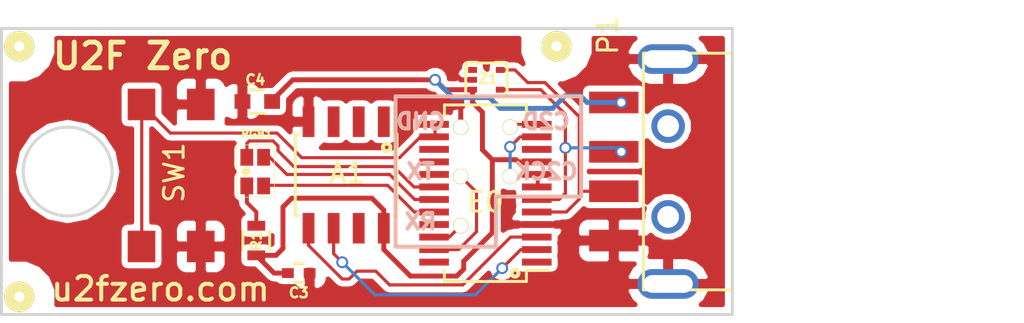
<source format=kicad_pcb>
(kicad_pcb (version 4) (host pcbnew 4.0.4+e1-6308~48~ubuntu14.04.1-stable)

  (general
    (links 34)
    (no_connects 0)
    (area 35.174999 28.924999 75.825001 43.575001)
    (thickness 2)
    (drawings 30)
    (tracks 136)
    (zones 0)
    (modules 17)
    (nets 17)
  )

  (page User 101.6 101.6)
  (layers
    (0 F.Cu signal)
    (31 B.Cu signal)
    (32 B.Adhes user)
    (33 F.Adhes user)
    (34 B.Paste user)
    (35 F.Paste user)
    (36 B.SilkS user)
    (37 F.SilkS user)
    (38 B.Mask user)
    (39 F.Mask user)
    (40 Dwgs.User user)
    (41 Cmts.User user)
    (42 Eco1.User user)
    (43 Eco2.User user)
    (44 Edge.Cuts user)
    (45 Margin user)
    (46 B.CrtYd user)
    (47 F.CrtYd user)
    (48 B.Fab user)
    (49 F.Fab user)
  )

  (setup
    (last_trace_width 0.16)
    (user_trace_width 0.16)
    (user_trace_width 0.2)
    (trace_clearance 0.2)
    (zone_clearance 0.3)
    (zone_45_only no)
    (trace_min 0.15)
    (segment_width 0.2)
    (edge_width 0.15)
    (via_size 0.6)
    (via_drill 0.4)
    (via_min_size 0.4)
    (via_min_drill 0.3)
    (uvia_size 0.3)
    (uvia_drill 0.1)
    (uvias_allowed no)
    (uvia_min_size 0.2)
    (uvia_min_drill 0.1)
    (pcb_text_width 0.3)
    (pcb_text_size 1.5 1.5)
    (mod_edge_width 0.15)
    (mod_text_size 1 1)
    (mod_text_width 0.15)
    (pad_size 1.524 1.524)
    (pad_drill 0.508)
    (pad_to_mask_clearance 0.1)
    (pad_to_paste_clearance -0.003)
    (aux_axis_origin 36.15 42.6)
    (grid_origin 36.15 42.6)
    (visible_elements 7FFEFF3F)
    (pcbplotparams
      (layerselection 0x010f0_80000001)
      (usegerberextensions false)
      (excludeedgelayer true)
      (linewidth 0.100000)
      (plotframeref false)
      (viasonmask false)
      (mode 1)
      (useauxorigin false)
      (hpglpennumber 1)
      (hpglpenspeed 20)
      (hpglpendiameter 15)
      (hpglpenoverlay 2)
      (psnegative false)
      (psa4output false)
      (plotreference true)
      (plotvalue true)
      (plotinvisibletext false)
      (padsonsilk false)
      (subtractmaskfromsilk false)
      (outputformat 1)
      (mirror false)
      (drillshape 0)
      (scaleselection 1)
      (outputdirectory gerbers/))
  )

  (net 0 "")
  (net 1 /+5V)
  (net 2 "Net-(A1-Pad6)")
  (net 3 "Net-(A1-Pad5)")
  (net 4 GND)
  (net 5 /HD+)
  (net 6 /HD-)
  (net 7 "Net-(R1-Pad2)")
  (net 8 /C2CK)
  (net 9 /C2D)
  (net 10 /RX)
  (net 11 /TX)
  (net 12 "Net-(E0-Pad13)")
  (net 13 "Net-(E0-Pad18)")
  (net 14 "Net-(E0-Pad19)")
  (net 15 "Net-(E0-Pad20)")
  (net 16 "Net-(E0-Pad7)")

  (net_class Default "This is the default net class."
    (clearance 0.2)
    (trace_width 0.25)
    (via_dia 0.6)
    (via_drill 0.4)
    (uvia_dia 0.3)
    (uvia_drill 0.1)
    (add_net /+5V)
    (add_net /C2CK)
    (add_net /C2D)
    (add_net /HD+)
    (add_net /HD-)
    (add_net /RX)
    (add_net /TX)
    (add_net GND)
    (add_net "Net-(A1-Pad5)")
    (add_net "Net-(A1-Pad6)")
    (add_net "Net-(E0-Pad13)")
    (add_net "Net-(E0-Pad18)")
    (add_net "Net-(E0-Pad19)")
    (add_net "Net-(E0-Pad20)")
    (add_net "Net-(E0-Pad7)")
    (add_net "Net-(R1-Pad2)")
  )

  (net_class small ""
    (clearance 0.2)
    (trace_width 0.15)
    (via_dia 0.6)
    (via_drill 0.4)
    (uvia_dia 0.3)
    (uvia_drill 0.1)
  )

  (module footprints:u2f-fiducial (layer F.Cu) (tedit 571CE320) (tstamp 571CE3B1)
    (at 63.35 29.9)
    (path /571C3A85)
    (fp_text reference F3 (at 0.1 -1.4) (layer F.SilkS) hide
      (effects (font (size 1 1) (thickness 0.15)))
    )
    (fp_text value u2f-fiducial (at 5.3848 -1.4986) (layer F.Fab)
      (effects (font (size 1 1) (thickness 0.15)))
    )
    (pad 1 thru_hole circle (at 0 0) (size 1.524 1.524) (drill 0.508) (layers *.Cu *.Mask F.SilkS)
      (solder_mask_margin 1.016) (clearance 1.016))
  )

  (module footprints:u2f-fiducial (layer F.Cu) (tedit 571CE320) (tstamp 571CE3AC)
    (at 36.15 29.9)
    (path /571C3A1E)
    (fp_text reference F2 (at 0.1 -1.4) (layer F.SilkS) hide
      (effects (font (size 1 1) (thickness 0.15)))
    )
    (fp_text value u2f-fiducial (at 5.3848 -1.4986) (layer F.Fab)
      (effects (font (size 1 1) (thickness 0.15)))
    )
    (pad 1 thru_hole circle (at 0 0) (size 1.524 1.524) (drill 0.508) (layers *.Cu *.Mask F.SilkS)
      (solder_mask_margin 1.016) (clearance 1.016))
  )

  (module footprints:u2f-fiducial (layer F.Cu) (tedit 571CE320) (tstamp 571CE3A7)
    (at 36.15 42.6)
    (path /571C39BB)
    (fp_text reference F1 (at 0.1 -1.4) (layer F.SilkS) hide
      (effects (font (size 1 1) (thickness 0.15)))
    )
    (fp_text value u2f-fiducial (at 5.3848 -1.4986) (layer F.Fab)
      (effects (font (size 1 1) (thickness 0.15)))
    )
    (pad 1 thru_hole circle (at 0 0) (size 1.524 1.524) (drill 0.508) (layers *.Cu *.Mask F.SilkS)
      (solder_mask_margin 1.016) (clearance 1.016))
  )

  (module footprints:LED-0606 (layer F.Cu) (tedit 5686CF1E) (tstamp 571CE288)
    (at 48.1 36.25)
    (path /5686DEFD)
    (attr smd)
    (fp_text reference RGB1 (at 0.07546 -1.90872) (layer F.SilkS)
      (effects (font (size 0.4 0.4) (thickness 0.1)))
    )
    (fp_text value CA_RGB (at 0.0145 1.70824) (layer F.Fab) hide
      (effects (font (size 0.4 0.4) (thickness 0.1)))
    )
    (fp_line (start -0.938 -1.355) (end 0.967 -1.355) (layer F.SilkS) (width 0.03))
    (fp_line (start 0.967 -1.355) (end 0.967 1.312) (layer F.SilkS) (width 0.03))
    (fp_line (start 0.967 1.312) (end -0.938 1.312) (layer F.SilkS) (width 0.03))
    (fp_line (start -0.938 1.312) (end -0.938 -1.355) (layer F.SilkS) (width 0.03))
    (pad 1 smd rect (at -0.43 -0.72) (size 0.65 0.85) (layers F.Cu F.Paste F.Mask)
      (net 13 "Net-(E0-Pad18)"))
    (pad 2 smd rect (at 0.42 -0.72) (size 0.65 0.85) (layers F.Cu F.Paste F.Mask)
      (net 14 "Net-(E0-Pad19)"))
    (pad 3 smd rect (at 0.42 0.73) (size 0.65 0.85) (layers F.Cu F.Paste F.Mask)
      (net 15 "Net-(E0-Pad20)"))
    (pad 4 smd rect (at -0.43 0.73) (size 0.65 0.85) (layers F.Cu F.Paste F.Mask)
      (net 7 "Net-(R1-Pad2)"))
  )

  (module footprints:u2f-button (layer F.Cu) (tedit 571CDF8F) (tstamp 571CE173)
    (at 43.9 36.45 90)
    (path /5685E9F9)
    (attr smd)
    (fp_text reference SW1 (at 0.15 0.09 90) (layer F.SilkS)
      (effects (font (size 1 1) (thickness 0.15)))
    )
    (fp_text value SW_PUSH (at -0.28 3.13 90) (layer F.Fab)
      (effects (font (size 1 1) (thickness 0.15)))
    )
    (pad 1 smd rect (at -3.6 -1.56 90) (size 1.6 1.4) (layers F.Cu F.Paste F.Mask)
      (net 12 "Net-(E0-Pad13)"))
    (pad 1 smd rect (at 3.6 -1.56 90) (size 1.6 1.4) (layers F.Cu F.Paste F.Mask)
      (net 12 "Net-(E0-Pad13)"))
    (pad 2 smd rect (at 3.6 1.44 90) (size 1.6 1.4) (layers F.Cu F.Paste F.Mask)
      (net 4 GND))
    (pad 2 smd rect (at -3.6 1.44 90) (size 1.6 1.4) (layers F.Cu F.Paste F.Mask)
      (net 4 GND))
  )

  (module footprints:QSOP-24_3.9x8.7mm_Pitch0.635mm_fat (layer F.Cu) (tedit 571C16FD) (tstamp 571C25E8)
    (at 59.75 37.35 180)
    (descr "SSOP24: plastic shrink small outline package; 24 leads; body width 3.9 mm; lead pitch 0.635; (see NXP SSOP-TSSOP-VSO-REFLOW.pdf and sot556-1_po.pdf)")
    (tags "SSOP 0.635")
    (path /5705BC18)
    (attr smd)
    (fp_text reference E0 (at 0 -0.45 180) (layer F.SilkS)
      (effects (font (size 1 1) (thickness 0.15)))
    )
    (fp_text value EFM8UB1_24pin (at 0 5.4 180) (layer F.Fab)
      (effects (font (size 1 1) (thickness 0.15)))
    )
    (fp_line (start -3.45 -4.65) (end -3.45 4.65) (layer F.CrtYd) (width 0.05))
    (fp_line (start 3.45 -4.65) (end 3.45 4.65) (layer F.CrtYd) (width 0.05))
    (fp_line (start -3.45 -4.65) (end 3.45 -4.65) (layer F.CrtYd) (width 0.05))
    (fp_line (start -3.45 4.65) (end 3.45 4.65) (layer F.CrtYd) (width 0.05))
    (fp_line (start -2.075 -4.475) (end -2.075 -3.9175) (layer F.SilkS) (width 0.15))
    (fp_line (start 2.075 -4.475) (end 2.075 -3.9175) (layer F.SilkS) (width 0.15))
    (fp_line (start 2.075 4.475) (end 2.075 3.9175) (layer F.SilkS) (width 0.15))
    (fp_line (start -2.075 4.475) (end -2.075 3.9175) (layer F.SilkS) (width 0.15))
    (fp_line (start -2.075 -4.475) (end 2.075 -4.475) (layer F.SilkS) (width 0.15))
    (fp_line (start -2.075 4.475) (end 2.075 4.475) (layer F.SilkS) (width 0.15))
    (fp_line (start -2.075 -3.9175) (end -3.2 -3.9175) (layer F.SilkS) (width 0.15))
    (pad 1 smd rect (at -2.6 -3.4925 180) (size 1.5 0.35) (layers F.Cu F.Paste F.Mask))
    (pad 2 smd rect (at -2.6 -2.8575 180) (size 1.5 0.35) (layers F.Cu F.Paste F.Mask)
      (net 2 "Net-(A1-Pad6)"))
    (pad 3 smd rect (at -2.6 -2.2225 180) (size 1.5 0.35) (layers F.Cu F.Paste F.Mask)
      (net 3 "Net-(A1-Pad5)"))
    (pad 4 smd rect (at -2.6 -1.5875 180) (size 1.5 0.35) (layers F.Cu F.Paste F.Mask)
      (net 4 GND))
    (pad 5 smd rect (at -2.6 -0.9525 180) (size 1.5 0.35) (layers F.Cu F.Paste F.Mask)
      (net 5 /HD+))
    (pad 6 smd rect (at -2.6 -0.3175 180) (size 1.5 0.35) (layers F.Cu F.Paste F.Mask)
      (net 6 /HD-))
    (pad 7 smd rect (at -2.6 0.3175 180) (size 1.5 0.35) (layers F.Cu F.Paste F.Mask)
      (net 16 "Net-(E0-Pad7)"))
    (pad 8 smd rect (at -2.6 0.9525 180) (size 1.5 0.35) (layers F.Cu F.Paste F.Mask)
      (net 16 "Net-(E0-Pad7)"))
    (pad 9 smd rect (at -2.6 1.5875 180) (size 1.5 0.35) (layers F.Cu F.Paste F.Mask)
      (net 1 /+5V))
    (pad 10 smd rect (at -2.6 2.2225 180) (size 1.5 0.35) (layers F.Cu F.Paste F.Mask))
    (pad 11 smd rect (at -2.6 2.8575 180) (size 1.5 0.35) (layers F.Cu F.Paste F.Mask)
      (net 8 /C2CK))
    (pad 12 smd rect (at -2.6 3.4925 180) (size 1.5 0.35) (layers F.Cu F.Paste F.Mask)
      (net 9 /C2D))
    (pad 13 smd rect (at 2.6 3.4925 180) (size 1.5 0.35) (layers F.Cu F.Paste F.Mask)
      (net 12 "Net-(E0-Pad13)"))
    (pad 14 smd rect (at 2.6 2.8575 180) (size 1.5 0.35) (layers F.Cu F.Paste F.Mask)
      (net 12 "Net-(E0-Pad13)"))
    (pad 15 smd rect (at 2.6 2.2225 180) (size 1.5 0.35) (layers F.Cu F.Paste F.Mask))
    (pad 16 smd rect (at 2.6 1.5875 180) (size 1.5 0.35) (layers F.Cu F.Paste F.Mask))
    (pad 17 smd rect (at 2.6 0.9525 180) (size 1.5 0.35) (layers F.Cu F.Paste F.Mask))
    (pad 18 smd rect (at 2.6 0.3175 180) (size 1.5 0.35) (layers F.Cu F.Paste F.Mask)
      (net 13 "Net-(E0-Pad18)"))
    (pad 19 smd rect (at 2.6 -0.3175 180) (size 1.5 0.35) (layers F.Cu F.Paste F.Mask)
      (net 14 "Net-(E0-Pad19)"))
    (pad 20 smd rect (at 2.6 -0.9525 180) (size 1.5 0.35) (layers F.Cu F.Paste F.Mask)
      (net 15 "Net-(E0-Pad20)"))
    (pad 21 smd rect (at 2.6 -1.5875 180) (size 1.5 0.35) (layers F.Cu F.Paste F.Mask))
    (pad 22 smd rect (at 2.6 -2.2225 180) (size 1.5 0.35) (layers F.Cu F.Paste F.Mask)
      (net 10 /RX))
    (pad 23 smd rect (at 2.6 -2.8575 180) (size 1.5 0.35) (layers F.Cu F.Paste F.Mask)
      (net 11 /TX))
    (pad 24 smd rect (at 2.6 -3.4925 180) (size 1.5 0.35) (layers F.Cu F.Paste F.Mask))
    (model Housings_SSOP.3dshapes/SSOP-24_3.9x8.7mm_Pitch0.635mm.wrl
      (at (xyz 0 0 0))
      (scale (xyz 1 1 1))
      (rotate (xyz 0 0 0))
    )
  )

  (module footprints:debug (layer F.Cu) (tedit 5705D08F) (tstamp 5705D0B1)
    (at 58.5 34)
    (path /570602D3)
    (fp_text reference GND1 (at 0.63 -1.5) (layer F.SilkS) hide
      (effects (font (size 1 1) (thickness 0.15)))
    )
    (fp_text value debug-pin (at 1.75 1.25) (layer F.Fab)
      (effects (font (size 1 1) (thickness 0.15)))
    )
    (pad 1 thru_hole circle (at 0 0) (size 0.78 0.78) (drill 0.7) (layers *.Cu *.Mask F.SilkS)
      (net 4 GND))
  )

  (module footprints:debug (layer F.Cu) (tedit 5705CE9E) (tstamp 5705BA22)
    (at 58.5 36.5)
    (path /56A3F7EB)
    (fp_text reference TX1 (at 0.63 -1.5) (layer F.SilkS) hide
      (effects (font (size 1 1) (thickness 0.15)))
    )
    (fp_text value debug-pin (at 1.75 1.25) (layer F.Fab)
      (effects (font (size 1 1) (thickness 0.15)))
    )
    (pad 1 thru_hole circle (at 0 0) (size 0.78 0.78) (drill 0.7) (layers *.Cu *.Mask F.SilkS)
      (net 11 /TX))
  )

  (module footprints:debug (layer F.Cu) (tedit 5705CE9A) (tstamp 5705BA1D)
    (at 58.5 39)
    (path /56A3F89E)
    (fp_text reference RX1 (at 0.63 -1.5) (layer F.SilkS) hide
      (effects (font (size 1 1) (thickness 0.15)))
    )
    (fp_text value debug-pin (at 1.75 1.25) (layer F.Fab)
      (effects (font (size 1 1) (thickness 0.15)))
    )
    (pad 1 thru_hole circle (at 0 0) (size 0.78 0.78) (drill 0.7) (layers *.Cu *.Mask F.SilkS)
      (net 10 /RX))
  )

  (module footprints:debug (layer F.Cu) (tedit 5705CE8B) (tstamp 5705B9F1)
    (at 61 34)
    (path /56A3F90D)
    (fp_text reference C2D1 (at 0.7 -5.75) (layer F.SilkS) hide
      (effects (font (size 1 1) (thickness 0.15)))
    )
    (fp_text value debug-pin (at 1.75 1.25) (layer F.Fab)
      (effects (font (size 1 1) (thickness 0.15)))
    )
    (pad 1 thru_hole circle (at 0 0) (size 0.78 0.78) (drill 0.7) (layers *.Cu *.Mask F.SilkS)
      (net 9 /C2D))
  )

  (module footprints:debug (layer F.Cu) (tedit 5705CE93) (tstamp 5705B9EC)
    (at 61 36.5)
    (path /56A3F8D6)
    (fp_text reference C2CK1 (at 0.63 -1.5) (layer F.SilkS) hide
      (effects (font (size 1 1) (thickness 0.15)))
    )
    (fp_text value debug-pin (at 1.75 1.25) (layer F.Fab)
      (effects (font (size 1 1) (thickness 0.15)))
    )
    (pad 1 thru_hole circle (at 0 0) (size 0.78 0.78) (drill 0.7) (layers *.Cu *.Mask F.SilkS)
      (net 8 /C2CK))
  )

  (module Housings_SOIC:SOIC-8_3.9x4.9mm_Pitch1.27mm (layer F.Cu) (tedit 5705BD2C) (tstamp 5705B9E7)
    (at 52.7 36.425 270)
    (descr "8-Lead Plastic Small Outline (SN) - Narrow, 3.90 mm Body [SOIC] (see Microchip Packaging Specification 00000049BS.pdf)")
    (tags "SOIC 1.27")
    (path /56857313)
    (attr smd)
    (fp_text reference A1 (at -0.1 -0.05 360) (layer F.SilkS)
      (effects (font (size 1 1) (thickness 0.15)))
    )
    (fp_text value ATECC508A (at 0 3.5 270) (layer F.Fab)
      (effects (font (size 1 1) (thickness 0.15)))
    )
    (fp_line (start -3.75 -2.75) (end -3.75 2.75) (layer F.CrtYd) (width 0.05))
    (fp_line (start 3.75 -2.75) (end 3.75 2.75) (layer F.CrtYd) (width 0.05))
    (fp_line (start -3.75 -2.75) (end 3.75 -2.75) (layer F.CrtYd) (width 0.05))
    (fp_line (start -3.75 2.75) (end 3.75 2.75) (layer F.CrtYd) (width 0.05))
    (fp_line (start -2.075 -2.575) (end -2.075 -2.43) (layer F.SilkS) (width 0.15))
    (fp_line (start 2.075 -2.575) (end 2.075 -2.43) (layer F.SilkS) (width 0.15))
    (fp_line (start 2.075 2.575) (end 2.075 2.43) (layer F.SilkS) (width 0.15))
    (fp_line (start -2.075 2.575) (end -2.075 2.43) (layer F.SilkS) (width 0.15))
    (fp_line (start -2.075 -2.575) (end 2.075 -2.575) (layer F.SilkS) (width 0.15))
    (fp_line (start -2.075 2.575) (end 2.075 2.575) (layer F.SilkS) (width 0.15))
    (fp_line (start -2.075 -2.43) (end -3.475 -2.43) (layer F.SilkS) (width 0.15))
    (pad 1 smd rect (at -2.7 -1.905 270) (size 1.55 0.6) (layers F.Cu F.Paste F.Mask))
    (pad 2 smd rect (at -2.7 -0.635 270) (size 1.55 0.6) (layers F.Cu F.Paste F.Mask))
    (pad 3 smd rect (at -2.7 0.635 270) (size 1.55 0.6) (layers F.Cu F.Paste F.Mask))
    (pad 4 smd rect (at -2.7 1.905 270) (size 1.55 0.6) (layers F.Cu F.Paste F.Mask)
      (net 4 GND))
    (pad 5 smd rect (at 2.7 1.905 270) (size 1.55 0.6) (layers F.Cu F.Paste F.Mask)
      (net 3 "Net-(A1-Pad5)"))
    (pad 6 smd rect (at 2.7 0.635 270) (size 1.55 0.6) (layers F.Cu F.Paste F.Mask)
      (net 2 "Net-(A1-Pad6)"))
    (pad 7 smd rect (at 2.7 -0.635 270) (size 1.55 0.6) (layers F.Cu F.Paste F.Mask))
    (pad 8 smd rect (at 2.7 -1.905 270) (size 1.55 0.6) (layers F.Cu F.Paste F.Mask)
      (net 1 /+5V))
    (model Housings_SOIC.3dshapes/SOIC-8_3.9x4.9mm_Pitch1.27mm.wrl
      (at (xyz 0 0 0))
      (scale (xyz 1 1 1))
      (rotate (xyz 0 0 0))
    )
  )

  (module TO_SOT_Packages_SMD:SOT-553 (layer F.Cu) (tedit 5705CEBA) (tstamp 5686DC5B)
    (at 59.8 31.6)
    (descr SOT553)
    (path /56857EAF)
    (attr smd)
    (fp_text reference Z1 (at 0.1 -0.05) (layer F.SilkS)
      (effects (font (size 0.5 0.5) (thickness 0.125)))
    )
    (fp_text value DF5A5.6JE (at 0 1.34874) (layer F.Fab)
      (effects (font (size 1 1) (thickness 0.15)))
    )
    (fp_line (start -1.04902 -0.8509) (end 1.04902 -0.8509) (layer F.SilkS) (width 0.15))
    (fp_line (start 1.04902 -0.8509) (end 1.04902 0.8509) (layer F.SilkS) (width 0.15))
    (fp_line (start 1.04902 0.8509) (end -1.04902 0.8509) (layer F.SilkS) (width 0.15))
    (fp_line (start -1.04902 0.8509) (end -1.04902 -0.8509) (layer F.SilkS) (width 0.15))
    (pad 1 smd rect (at -0.70104 -0.50038) (size 0.44958 0.29972) (layers F.Cu F.Paste F.Mask))
    (pad 3 smd rect (at -0.70104 0.50038) (size 0.44958 0.29972) (layers F.Cu F.Paste F.Mask)
      (net 1 /+5V))
    (pad 5 smd rect (at 0.70104 -0.50038) (size 0.44958 0.29972) (layers F.Cu F.Paste F.Mask)
      (net 5 /HD+))
    (pad 2 smd rect (at -0.70104 0) (size 0.44958 0.29972) (layers F.Cu F.Paste F.Mask)
      (net 4 GND))
    (pad 4 smd rect (at 0.70104 0.50038) (size 0.44958 0.29972) (layers F.Cu F.Paste F.Mask)
      (net 6 /HD-))
    (model TO_SOT_Packages_SMD.3dshapes/SOT-553.wrl
      (at (xyz 0 0 0))
      (scale (xyz 0.77 0.65 0.7))
      (rotate (xyz 0 0 90))
    )
  )

  (module Resistors_SMD:R_0603 (layer F.Cu) (tedit 5705BCA1) (tstamp 5686DC42)
    (at 48.15 39.75 90)
    (descr "Resistor SMD 0603, reflow soldering, Vishay (see dcrcw.pdf)")
    (tags "resistor 0603")
    (path /56857B9B)
    (attr smd)
    (fp_text reference R1 (at 0 0 270) (layer F.SilkS)
      (effects (font (size 0.5 0.5) (thickness 0.125)))
    )
    (fp_text value 100 (at 0 1.9 90) (layer F.Fab)
      (effects (font (size 1 1) (thickness 0.15)))
    )
    (fp_line (start -1.3 -0.8) (end 1.3 -0.8) (layer F.CrtYd) (width 0.05))
    (fp_line (start -1.3 0.8) (end 1.3 0.8) (layer F.CrtYd) (width 0.05))
    (fp_line (start -1.3 -0.8) (end -1.3 0.8) (layer F.CrtYd) (width 0.05))
    (fp_line (start 1.3 -0.8) (end 1.3 0.8) (layer F.CrtYd) (width 0.05))
    (fp_line (start 0.5 0.675) (end -0.5 0.675) (layer F.SilkS) (width 0.15))
    (fp_line (start -0.5 -0.675) (end 0.5 -0.675) (layer F.SilkS) (width 0.15))
    (pad 1 smd rect (at -0.75 0 90) (size 0.5 0.9) (layers F.Cu F.Paste F.Mask)
      (net 1 /+5V))
    (pad 2 smd rect (at 0.75 0 90) (size 0.5 0.9) (layers F.Cu F.Paste F.Mask)
      (net 7 "Net-(R1-Pad2)"))
    (model Resistors_SMD.3dshapes/R_0603.wrl
      (at (xyz 0 0 0))
      (scale (xyz 1 1 1))
      (rotate (xyz 0 0 0))
    )
  )

  (module Capacitors_SMD:C_0603 (layer F.Cu) (tedit 5705CECA) (tstamp 5686DC23)
    (at 48.2 32.7)
    (descr "Capacitor SMD 0603, reflow soldering, AVX (see smccp.pdf)")
    (tags "capacitor 0603")
    (path /56857E44)
    (attr smd)
    (fp_text reference C4 (at -0.1 -1.1) (layer F.SilkS)
      (effects (font (size 0.5 0.5) (thickness 0.125)))
    )
    (fp_text value 4.7uF (at 0 1.9) (layer F.Fab)
      (effects (font (size 1 1) (thickness 0.15)))
    )
    (fp_line (start -1.45 -0.75) (end 1.45 -0.75) (layer F.CrtYd) (width 0.05))
    (fp_line (start -1.45 0.75) (end 1.45 0.75) (layer F.CrtYd) (width 0.05))
    (fp_line (start -1.45 -0.75) (end -1.45 0.75) (layer F.CrtYd) (width 0.05))
    (fp_line (start 1.45 -0.75) (end 1.45 0.75) (layer F.CrtYd) (width 0.05))
    (fp_line (start -0.35 -0.6) (end 0.35 -0.6) (layer F.SilkS) (width 0.15))
    (fp_line (start 0.35 0.6) (end -0.35 0.6) (layer F.SilkS) (width 0.15))
    (pad 1 smd rect (at -0.75 0) (size 0.8 0.75) (layers F.Cu F.Paste F.Mask)
      (net 4 GND))
    (pad 2 smd rect (at 0.75 0) (size 0.8 0.75) (layers F.Cu F.Paste F.Mask)
      (net 1 /+5V))
    (model Capacitors_SMD.3dshapes/C_0603.wrl
      (at (xyz 0 0 0))
      (scale (xyz 1 1 1))
      (rotate (xyz 0 0 0))
    )
  )

  (module Capacitors_SMD:C_0402 (layer F.Cu) (tedit 5705CECD) (tstamp 5686DC1D)
    (at 50.3 41.4)
    (descr "Capacitor SMD 0402, reflow soldering, AVX (see smccp.pdf)")
    (tags "capacitor 0402")
    (path /56857DEB)
    (attr smd)
    (fp_text reference C3 (at 0 1) (layer F.SilkS)
      (effects (font (size 0.5 0.5) (thickness 0.125)))
    )
    (fp_text value 0.1uF (at 0 1.7) (layer F.Fab)
      (effects (font (size 1 1) (thickness 0.15)))
    )
    (fp_line (start -1.15 -0.6) (end 1.15 -0.6) (layer F.CrtYd) (width 0.05))
    (fp_line (start -1.15 0.6) (end 1.15 0.6) (layer F.CrtYd) (width 0.05))
    (fp_line (start -1.15 -0.6) (end -1.15 0.6) (layer F.CrtYd) (width 0.05))
    (fp_line (start 1.15 -0.6) (end 1.15 0.6) (layer F.CrtYd) (width 0.05))
    (fp_line (start 0.25 -0.475) (end -0.25 -0.475) (layer F.SilkS) (width 0.15))
    (fp_line (start -0.25 0.475) (end 0.25 0.475) (layer F.SilkS) (width 0.15))
    (pad 1 smd rect (at -0.55 0) (size 0.6 0.5) (layers F.Cu F.Paste F.Mask)
      (net 1 /+5V))
    (pad 2 smd rect (at 0.55 0) (size 0.6 0.5) (layers F.Cu F.Paste F.Mask)
      (net 4 GND))
    (model Capacitors_SMD.3dshapes/C_0402.wrl
      (at (xyz 0 0 0))
      (scale (xyz 1 1 1))
      (rotate (xyz 0 0 0))
    )
  )

  (module footprints:USB_A_CON (layer F.Cu) (tedit 57F2ADE7) (tstamp 57F2B2C6)
    (at 72.25 36.25 90)
    (path /57F2AB61)
    (fp_text reference P1 (at 6.9 -6.3 90) (layer F.SilkS)
      (effects (font (size 1 1) (thickness 0.15)))
    )
    (fp_text value USB_A (at 0 6.9 90) (layer F.Fab)
      (effects (font (size 1 1) (thickness 0.15)))
    )
    (fp_line (start 6 -4.5) (end -6 -4.5) (layer F.SilkS) (width 0.15))
    (fp_line (start 6 0) (end 6 -4.5) (layer F.SilkS) (width 0.15))
    (fp_line (start -6 0) (end 6 0) (layer F.SilkS) (width 0.15))
    (fp_line (start -6 -4.5) (end -6 0) (layer F.SilkS) (width 0.15))
    (fp_line (start 6 0) (end -6 0) (layer F.Fab) (width 0.15))
    (fp_line (start 6 -4.5) (end 6 0) (layer F.Fab) (width 0.15))
    (fp_line (start -6 -4.5) (end 6 -4.5) (layer F.Fab) (width 0.15))
    (fp_line (start -6 0) (end -6 -4.5) (layer F.Fab) (width 0.15))
    (fp_line (start 6 14.7) (end -6 14.7) (layer F.Fab) (width 0.15))
    (fp_line (start -6 14.7) (end -6 0) (layer F.Fab) (width 0.15))
    (fp_line (start 6 14.7) (end 6 0) (layer F.Fab) (width 0.15))
    (pad 5 thru_hole oval (at 5.7 -3.25 90) (size 1.5 3.1) (drill oval 0.9 2.5) (layers *.Cu *.Mask)
      (net 4 GND))
    (pad 5 thru_hole oval (at -5.7 -3.25 90) (size 1.5 3.1) (drill oval 0.9 2.5) (layers *.Cu *.Mask)
      (net 4 GND))
    (pad 3 smd rect (at -1 -6 90) (size 1.1 2.5) (layers F.Cu F.Paste F.Mask)
      (net 5 /HD+))
    (pad 2 smd rect (at 1 -6 90) (size 1.1 2.5) (layers F.Cu F.Paste F.Mask)
      (net 6 /HD-))
    (pad 1 smd rect (at 3.5 -6 90) (size 1.1 2.5) (layers F.Cu F.Paste F.Mask)
      (net 1 /+5V))
    (pad 4 smd rect (at -3.5 -6 90) (size 1.1 2.5) (layers F.Cu F.Paste F.Mask)
      (net 4 GND))
    (pad "" np_thru_hole circle (at -2.3 -3.25 90) (size 1.7 1.7) (drill 1.1) (layers *.Cu *.Mask))
    (pad "" np_thru_hole circle (at 2.3 -3.25 90) (size 1.7 1.7) (drill 1.1) (layers *.Cu *.Mask))
  )

  (gr_line (start 64.09 32.44) (end 63.582 32.44) (angle 90) (layer B.SilkS) (width 0.2))
  (gr_line (start 64.598 32.44) (end 64.09 32.44) (angle 90) (layer B.SilkS) (width 0.2))
  (gr_line (start 64.598 37.52) (end 64.598 32.44) (angle 90) (layer B.SilkS) (width 0.2))
  (gr_line (start 64.09 37.52) (end 64.598 37.52) (angle 90) (layer B.SilkS) (width 0.2))
  (gr_text "C2CK\n" (at 62.82 36.25) (layer B.SilkS)
    (effects (font (size 0.8 0.8) (thickness 0.2)) (justify mirror))
  )
  (gr_text C2D (at 62.82 33.71) (layer B.SilkS)
    (effects (font (size 0.8 0.8) (thickness 0.2)) (justify mirror))
  )
  (gr_text RX (at 56.47 38.79) (layer B.SilkS)
    (effects (font (size 0.8 0.8) (thickness 0.2)) (justify mirror))
  )
  (gr_text TX (at 56.47 36.25) (layer B.SilkS)
    (effects (font (size 0.8 0.8) (thickness 0.2)) (justify mirror))
  )
  (gr_text GND (at 56.47 33.71) (layer B.SilkS)
    (effects (font (size 0.8 0.8) (thickness 0.2)) (justify mirror))
  )
  (gr_line (start 55.2 32.44) (end 56.47 32.44) (angle 90) (layer B.SilkS) (width 0.2))
  (gr_line (start 55.2 40.06) (end 55.2 32.44) (angle 90) (layer B.SilkS) (width 0.2))
  (gr_line (start 60.28 40.06) (end 55.2 40.06) (angle 90) (layer B.SilkS) (width 0.2))
  (gr_line (start 60.28 37.52) (end 60.28 40.06) (angle 90) (layer B.SilkS) (width 0.2))
  (gr_line (start 64.09 37.52) (end 60.28 37.52) (angle 90) (layer B.SilkS) (width 0.2))
  (gr_line (start 62.82 32.44) (end 64.09 32.44) (angle 90) (layer B.SilkS) (width 0.2))
  (gr_line (start 56.47 32.44) (end 62.82 32.44) (angle 90) (layer B.SilkS) (width 0.2))
  (gr_circle (center 61.25 41.4) (end 61.375 41.275) (layer F.SilkS) (width 0.2))
  (gr_circle (center 54.75 35.025) (end 54.675 35.075) (layer F.SilkS) (width 0.2))
  (gr_circle (center 47.625 36.25) (end 47.625 36.225) (layer F.SilkS) (width 0.2))
  (gr_line (start 35.25 43.5) (end 72.25 43.5) (angle 90) (layer Edge.Cuts) (width 0.15))
  (gr_line (start 35.25 29) (end 35.25 43.5) (angle 90) (layer Edge.Cuts) (width 0.15))
  (gr_line (start 72.25 29) (end 35.25 29) (angle 90) (layer Edge.Cuts) (width 0.15))
  (gr_text u2fzero.com (at 43.3 42.2) (layer F.SilkS)
    (effects (font (size 1.2 1.2) (thickness 0.2)))
  )
  (gr_text "U2F Zero" (at 42.4 30.4) (layer F.SilkS)
    (effects (font (size 1.3 1.3) (thickness 0.25)))
  )
  (gr_circle (center 38.6 36.25) (end 40.85 36.25) (layer Edge.Cuts) (width 0.15))
  (gr_line (start 72.25 43.5) (end 72.25 29) (angle 90) (layer Edge.Cuts) (width 0.15))
  (gr_text "GND\n" (at 64.45 40.05) (layer Cmts.User)
    (effects (font (size 0.5 0.5) (thickness 0.125)))
  )
  (gr_text D+ (at 64.5 37.6) (layer Cmts.User)
    (effects (font (size 0.5 0.5) (thickness 0.125)))
  )
  (gr_text D- (at 64.35 35.35) (layer Cmts.User)
    (effects (font (size 0.5 0.5) (thickness 0.125)))
  )
  (gr_text +5v (at 64.3 33) (layer Cmts.User)
    (effects (font (size 0.5 0.5) (thickness 0.125)))
  )

  (segment (start 65.325 32.75) (end 66.63 32.75) (width 0.25) (layer B.Cu) (net 1))
  (via (at 66.63 32.75) (size 0.6) (drill 0.4) (layers F.Cu B.Cu) (net 1))
  (segment (start 65.325 32.75) (end 64.9 32.75) (width 0.25) (layer B.Cu) (net 1))
  (via (at 57.2 31.6) (size 0.6) (drill 0.4) (layers F.Cu B.Cu) (net 1))
  (segment (start 58.1 32.5) (end 57.2 31.6) (width 0.25) (layer B.Cu) (net 1) (tstamp 571CEA35))
  (segment (start 59.95 32.5) (end 58.1 32.5) (width 0.25) (layer B.Cu) (net 1) (tstamp 571CEA34))
  (segment (start 60.5 33.05) (end 59.95 32.5) (width 0.25) (layer B.Cu) (net 1) (tstamp 571CEA1B))
  (segment (start 63.15 33.05) (end 60.5 33.05) (width 0.25) (layer B.Cu) (net 1) (tstamp 571CEA16))
  (segment (start 63.8 32.4) (end 63.15 33.05) (width 0.25) (layer B.Cu) (net 1) (tstamp 571CEA13))
  (segment (start 64.55 32.4) (end 63.8 32.4) (width 0.25) (layer B.Cu) (net 1) (tstamp 571CEA11))
  (segment (start 64.9 32.75) (end 64.55 32.4) (width 0.25) (layer B.Cu) (net 1) (tstamp 571CEA07))
  (segment (start 49.75 41.4) (end 49.05 41.4) (width 0.25) (layer F.Cu) (net 1))
  (segment (start 49.05 41.4) (end 48.15 40.5) (width 0.25) (layer F.Cu) (net 1) (tstamp 571C271E) (status 20))
  (segment (start 48.95 32.7) (end 48.95 32.65) (width 0.25) (layer F.Cu) (net 1))
  (segment (start 48.95 32.65) (end 50 31.6) (width 0.25) (layer F.Cu) (net 1) (tstamp 571C2719))
  (segment (start 50 31.6) (end 57.2 31.6) (width 0.25) (layer F.Cu) (net 1) (tstamp 571C271A))
  (segment (start 48.15 40.5) (end 49.15 40.5) (width 0.25) (layer F.Cu) (net 1) (status 10))
  (segment (start 54.605 38.205) (end 54.605 39.125) (width 0.25) (layer F.Cu) (net 1) (tstamp 571C2661))
  (segment (start 54 37.6) (end 54.605 38.205) (width 0.25) (layer F.Cu) (net 1) (tstamp 571C2660))
  (segment (start 49.95 37.6) (end 54 37.6) (width 0.25) (layer F.Cu) (net 1) (tstamp 571C265F))
  (segment (start 49.5 38.05) (end 49.95 37.6) (width 0.25) (layer F.Cu) (net 1) (tstamp 571C265E))
  (segment (start 49.5 40.15) (end 49.5 38.05) (width 0.25) (layer F.Cu) (net 1) (tstamp 571C265D))
  (segment (start 49.15 40.5) (end 49.5 40.15) (width 0.25) (layer F.Cu) (net 1) (tstamp 571C265C))
  (segment (start 58.65 40.8) (end 58.65 41.2) (width 0.25) (layer F.Cu) (net 1))
  (segment (start 60.1 39.35) (end 58.65 40.8) (width 0.25) (layer F.Cu) (net 1) (tstamp 5705D79E))
  (segment (start 58 41.55) (end 55.95 41.55) (width 0.25) (layer F.Cu) (net 1) (tstamp 5705D7AB))
  (segment (start 55.95 41.55) (end 54.605 40.205) (width 0.25) (layer F.Cu) (net 1) (tstamp 5705D7AD))
  (segment (start 54.605 39.125) (end 54.605 40.205) (width 0.25) (layer F.Cu) (net 1) (tstamp 5705D7AF))
  (segment (start 60.1 39.35) (end 60.1 35.65) (width 0.25) (layer F.Cu) (net 1))
  (segment (start 58.3 41.55) (end 58 41.55) (width 0.25) (layer F.Cu) (net 1) (tstamp 5705D7CB))
  (segment (start 58.65 41.2) (end 58.3 41.55) (width 0.25) (layer F.Cu) (net 1) (tstamp 5705D7C7))
  (segment (start 62.4 35.7625) (end 61.4125 35.7625) (width 0.25) (layer F.Cu) (net 1))
  (segment (start 59.6 35.15) (end 59.6 33.25) (width 0.25) (layer F.Cu) (net 1) (tstamp 5705D148))
  (segment (start 59.6 33.25) (end 59.09896 32.74896) (width 0.25) (layer F.Cu) (net 1) (tstamp 5705D149))
  (segment (start 59.09896 32.74896) (end 59.09896 32.10038) (width 0.25) (layer F.Cu) (net 1) (tstamp 5705D14A))
  (segment (start 60.1 35.65) (end 59.6 35.15) (width 0.25) (layer F.Cu) (net 1) (tstamp 5705D67D))
  (segment (start 61.3 35.65) (end 60.1 35.65) (width 0.25) (layer F.Cu) (net 1) (tstamp 5705D678))
  (segment (start 61.4125 35.7625) (end 61.3 35.65) (width 0.25) (layer F.Cu) (net 1) (tstamp 5705D676))
  (segment (start 59.09896 32.10038) (end 58.45 32.10038) (width 0.25) (layer F.Cu) (net 1))
  (segment (start 58.45 32.10038) (end 57.70038 32.10038) (width 0.25) (layer F.Cu) (net 1) (tstamp 5705CDD2))
  (segment (start 57.70038 32.10038) (end 57.2 31.6) (width 0.25) (layer F.Cu) (net 1) (tstamp 5705CD8A))
  (segment (start 65.325 32.75) (end 65.3 32.75) (width 0.25) (layer B.Cu) (net 1) (tstamp 571CEA05))
  (segment (start 62.35 40.2075) (end 61.5425 40.2075) (width 0.16) (layer F.Cu) (net 2))
  (segment (start 52.065 40.415) (end 52.065 39.125) (width 0.16) (layer F.Cu) (net 2) (tstamp 571C26A4))
  (segment (start 52.5 40.85) (end 52.065 40.415) (width 0.16) (layer F.Cu) (net 2) (tstamp 571C26A3))
  (via (at 52.5 40.85) (size 0.6) (drill 0.4) (layers F.Cu B.Cu) (net 2))
  (segment (start 54.15 42.5) (end 52.5 40.85) (width 0.16) (layer B.Cu) (net 2) (tstamp 571C26A0))
  (segment (start 59.25 42.5) (end 54.15 42.5) (width 0.16) (layer B.Cu) (net 2) (tstamp 571C269E))
  (segment (start 60.6 41.15) (end 59.25 42.5) (width 0.16) (layer B.Cu) (net 2) (tstamp 571C269D))
  (via (at 60.6 41.15) (size 0.6) (drill 0.4) (layers F.Cu B.Cu) (net 2))
  (segment (start 61.5425 40.2075) (end 60.6 41.15) (width 0.16) (layer F.Cu) (net 2) (tstamp 571C269A))
  (segment (start 58.6 42) (end 54.9 42) (width 0.16) (layer F.Cu) (net 3))
  (segment (start 61.0275 39.5725) (end 58.6 42) (width 0.16) (layer F.Cu) (net 3) (tstamp 571C2689))
  (segment (start 62.35 39.5725) (end 61.0275 39.5725) (width 0.16) (layer F.Cu) (net 3))
  (segment (start 52.5 41.7) (end 50.795 39.995) (width 0.16) (layer F.Cu) (net 3) (tstamp 57463595))
  (segment (start 52.85 41.7) (end 52.5 41.7) (width 0.16) (layer F.Cu) (net 3) (tstamp 57463592))
  (segment (start 53.25 41.3) (end 52.85 41.7) (width 0.16) (layer F.Cu) (net 3) (tstamp 57463591))
  (segment (start 54.2 41.3) (end 53.25 41.3) (width 0.16) (layer F.Cu) (net 3) (tstamp 5746358E))
  (segment (start 54.9 42) (end 54.2 41.3) (width 0.16) (layer F.Cu) (net 3) (tstamp 5746358B))
  (segment (start 50.795 39.995) (end 50.795 39.125) (width 0.16) (layer F.Cu) (net 3) (tstamp 57463599))
  (segment (start 50.795 39.125) (end 50.795 39.995) (width 0.16) (layer F.Cu) (net 3) (tstamp 571C2708))
  (segment (start 58.5 34) (end 58.5 32.9) (width 0.25) (layer F.Cu) (net 4))
  (segment (start 58.5 32.9) (end 58.4 32.8) (width 0.25) (layer F.Cu) (net 4) (tstamp 571C2725))
  (segment (start 58.5 32.9) (end 58.4 32.8) (width 0.25) (layer F.Cu) (net 4) (tstamp 5705D833))
  (segment (start 59.09896 31.6) (end 58.5 31.6) (width 0.25) (layer F.Cu) (net 4))
  (segment (start 58.5 31.6) (end 58.2 31.3) (width 0.25) (layer F.Cu) (net 4) (tstamp 5705D20A))
  (segment (start 66.25 37.25) (end 64.6 37.25) (width 0.16) (layer F.Cu) (net 5))
  (segment (start 64.6 37.25) (end 64.5 37.35) (width 0.16) (layer F.Cu) (net 5))
  (segment (start 64.5 33.4) (end 64.425 33.4) (width 0.16) (layer F.Cu) (net 5))
  (segment (start 64.5 33.8) (end 64.5 33.4) (width 0.16) (layer F.Cu) (net 5))
  (segment (start 61.24962 31.09962) (end 60.50104 31.09962) (width 0.16) (layer F.Cu) (net 5) (tstamp 571CE9A3))
  (segment (start 61.890378 31.740378) (end 61.24962 31.09962) (width 0.16) (layer F.Cu) (net 5) (tstamp 571CE9A2))
  (segment (start 62.765378 31.740378) (end 61.890378 31.740378) (width 0.16) (layer F.Cu) (net 5) (tstamp 571CE99D))
  (segment (start 64.425 33.4) (end 62.765378 31.740378) (width 0.16) (layer F.Cu) (net 5) (tstamp 571CE997))
  (segment (start 62.4 38.3025) (end 63.8475 38.3025) (width 0.16) (layer F.Cu) (net 5))
  (segment (start 64.5 37.65) (end 64.5 37.35) (width 0.16) (layer F.Cu) (net 5) (tstamp 5705C881))
  (segment (start 64.5 37.35) (end 64.5 33.8) (width 0.16) (layer F.Cu) (net 5) (tstamp 5705C8E6))
  (segment (start 64.5 33.8) (end 64.5 33.79858) (width 0.16) (layer F.Cu) (net 5) (tstamp 5705CC2A))
  (segment (start 63.8475 38.3025) (end 64.5 37.65) (width 0.16) (layer F.Cu) (net 5) (tstamp 5705C880))
  (segment (start 63.8 35.05) (end 66.43 35.05) (width 0.16) (layer B.Cu) (net 6))
  (segment (start 66.43 35.05) (end 66.63 35.25) (width 0.16) (layer B.Cu) (net 6))
  (via (at 66.63 35.25) (size 0.6) (drill 0.4) (layers F.Cu B.Cu) (net 6))
  (via (at 63.8 35.05) (size 0.6) (drill 0.4) (layers F.Cu B.Cu) (net 6))
  (segment (start 62.55038 32.10038) (end 60.50104 32.10038) (width 0.16) (layer F.Cu) (net 6) (tstamp 5705CC26))
  (segment (start 63.8 33.35) (end 62.55038 32.10038) (width 0.16) (layer F.Cu) (net 6) (tstamp 5705CC23))
  (segment (start 63.8 33.65) (end 63.8 33.35) (width 0.16) (layer F.Cu) (net 6))
  (segment (start 63.8 35.05) (end 63.8 33.65) (width 0.16) (layer F.Cu) (net 6))
  (segment (start 62.4 37.6675) (end 63.4825 37.6675) (width 0.16) (layer F.Cu) (net 6))
  (segment (start 63.8 37.35) (end 63.8 35.05) (width 0.16) (layer F.Cu) (net 6) (tstamp 5705C88C))
  (segment (start 63.4825 37.6675) (end 63.8 37.35) (width 0.16) (layer F.Cu) (net 6) (tstamp 5705C888))
  (segment (start 48.15 39) (end 48.15 38.3) (width 0.2) (layer F.Cu) (net 7) (status 10))
  (segment (start 47.675 37.825) (end 47.675 36.95) (width 0.2) (layer F.Cu) (net 7) (tstamp 571C264F) (status 20))
  (segment (start 48.15 38.3) (end 47.675 37.825) (width 0.2) (layer F.Cu) (net 7) (tstamp 571C264E))
  (segment (start 61 36.5) (end 61 35) (width 0.16) (layer B.Cu) (net 8))
  (segment (start 61.5075 34.4925) (end 62.4 34.4925) (width 0.16) (layer F.Cu) (net 8) (tstamp 5705D662))
  (segment (start 61 35) (end 61.5075 34.4925) (width 0.16) (layer F.Cu) (net 8) (tstamp 5705D661))
  (via (at 61 35) (size 0.6) (drill 0.4) (layers F.Cu B.Cu) (net 8))
  (segment (start 62.4 33.8575) (end 61.1425 33.8575) (width 0.16) (layer F.Cu) (net 9))
  (segment (start 61.1425 33.8575) (end 61 34) (width 0.16) (layer F.Cu) (net 9) (tstamp 5705D652))
  (segment (start 57.2 39.5725) (end 57.9275 39.5725) (width 0.16) (layer F.Cu) (net 10))
  (segment (start 57.9275 39.5725) (end 58.5 39) (width 0.16) (layer F.Cu) (net 10) (tstamp 5705D6DE))
  (segment (start 57.2 40.2075) (end 58.3925 40.2075) (width 0.16) (layer F.Cu) (net 11))
  (segment (start 59.3 37.3) (end 58.5 36.5) (width 0.16) (layer F.Cu) (net 11) (tstamp 5705D706))
  (segment (start 59.3 39.3) (end 59.3 37.3) (width 0.16) (layer F.Cu) (net 11) (tstamp 5705D704))
  (segment (start 58.3925 40.2075) (end 59.3 39.3) (width 0.16) (layer F.Cu) (net 11) (tstamp 5705D702))
  (segment (start 57.2 40.2075) (end 57.7925 40.2075) (width 0.16) (layer F.Cu) (net 11))
  (segment (start 42.35 40.05) (end 42.35 32.85) (width 0.16) (layer F.Cu) (net 12) (status 30))
  (segment (start 55.4 35.55) (end 50.45 35.55) (width 0.16) (layer F.Cu) (net 12))
  (segment (start 50.45 35.55) (end 49.2 34.3) (width 0.16) (layer F.Cu) (net 12) (tstamp 571C26DF))
  (segment (start 49.2 34.3) (end 43.8 34.3) (width 0.16) (layer F.Cu) (net 12) (tstamp 571C26E1))
  (segment (start 43.8 34.3) (end 42.35 32.85) (width 0.16) (layer F.Cu) (net 12) (tstamp 571C26E3) (status 20))
  (segment (start 56.4575 34.4925) (end 55.4 35.55) (width 0.16) (layer F.Cu) (net 12) (tstamp 5705C786))
  (segment (start 57.2 34.4925) (end 56.4575 34.4925) (width 0.16) (layer F.Cu) (net 12))
  (segment (start 57.2 33.8575) (end 57.2 34.4925) (width 0.16) (layer F.Cu) (net 12))
  (segment (start 55.1 36) (end 50.05 36) (width 0.16) (layer F.Cu) (net 13))
  (segment (start 55.1 36) (end 56.1325 37.0325) (width 0.16) (layer F.Cu) (net 13) (tstamp 5705C27C))
  (segment (start 57.2 37.0325) (end 56.1325 37.0325) (width 0.16) (layer F.Cu) (net 13) (tstamp 5705C27D))
  (segment (start 47.675 34.825) (end 47.675 35.5) (width 0.16) (layer F.Cu) (net 13) (tstamp 5705C77F) (status 20))
  (segment (start 47.8 34.7) (end 47.675 34.825) (width 0.16) (layer F.Cu) (net 13) (tstamp 5705C77E))
  (segment (start 49 34.7) (end 47.8 34.7) (width 0.16) (layer F.Cu) (net 13) (tstamp 5705C77C))
  (segment (start 49.25 34.95) (end 49 34.7) (width 0.16) (layer F.Cu) (net 13) (tstamp 5705C77B))
  (segment (start 49.25 35.2) (end 49.25 34.95) (width 0.16) (layer F.Cu) (net 13) (tstamp 5705C77A))
  (segment (start 50.05 36) (end 49.25 35.2) (width 0.16) (layer F.Cu) (net 13) (tstamp 5705C774))
  (segment (start 54.85 36.4) (end 49.7 36.4) (width 0.16) (layer F.Cu) (net 14))
  (segment (start 49.7 36.4) (end 48.8 35.5) (width 0.16) (layer F.Cu) (net 14) (tstamp 5705C76F) (status 20))
  (segment (start 48.8 35.5) (end 48.525 35.5) (width 0.16) (layer F.Cu) (net 14) (tstamp 5705C771) (status 30))
  (segment (start 54.85 36.4) (end 54.9 36.4) (width 0.16) (layer F.Cu) (net 14))
  (segment (start 54.85 36.4) (end 54.8 36.4) (width 0.16) (layer F.Cu) (net 14) (tstamp 5705C16B))
  (segment (start 56.1675 37.6675) (end 57.2 37.6675) (width 0.16) (layer F.Cu) (net 14) (tstamp 5705C282))
  (segment (start 54.9 36.4) (end 56.1675 37.6675) (width 0.16) (layer F.Cu) (net 14) (tstamp 5705C281))
  (segment (start 54.75 36.95) (end 54.8 36.95) (width 0.16) (layer F.Cu) (net 15))
  (segment (start 48.525 36.95) (end 54.7 36.95) (width 0.16) (layer F.Cu) (net 15) (tstamp 5705C276) (status 10))
  (segment (start 54.75 36.95) (end 54.7 36.95) (width 0.16) (layer F.Cu) (net 15) (tstamp 5705C174))
  (segment (start 56.1525 38.3025) (end 57.2 38.3025) (width 0.16) (layer F.Cu) (net 15) (tstamp 5705C287))
  (segment (start 54.8 36.95) (end 56.1525 38.3025) (width 0.16) (layer F.Cu) (net 15) (tstamp 5705C286))
  (segment (start 62.4 36.3975) (end 62.4 37.0325) (width 0.2) (layer F.Cu) (net 16) (status 30))

  (zone (net 4) (net_name GND) (layer F.Cu) (tstamp 0) (hatch edge 0.508)
    (connect_pads (clearance 0.3))
    (min_thickness 0.254)
    (fill yes (arc_segments 16) (thermal_gap 0.508) (thermal_bridge_width 0.508))
    (polygon
      (pts
        (xy 35.388 29.138) (xy 35.388 43.362) (xy 72.218 43.362) (xy 72.218 29.138)
      )
    )
    (filled_polygon
      (pts
        (xy 61.445332 29.51941) (xy 61.44467 30.277265) (xy 61.656191 30.789185) (xy 61.608123 30.741117) (xy 61.443641 30.631213)
        (xy 61.24962 30.59262) (xy 60.959496 30.59262) (xy 60.895211 30.548696) (xy 60.72583 30.514395) (xy 60.27625 30.514395)
        (xy 60.118013 30.544169) (xy 59.972683 30.637687) (xy 59.875186 30.780379) (xy 59.840885 30.94976) (xy 59.840885 31.069249)
        (xy 59.759115 30.98748) (xy 59.759115 30.94976) (xy 59.729341 30.791523) (xy 59.635823 30.646193) (xy 59.493131 30.548696)
        (xy 59.32375 30.514395) (xy 58.87417 30.514395) (xy 58.715933 30.544169) (xy 58.570603 30.637687) (xy 58.473106 30.780379)
        (xy 58.438805 30.94976) (xy 58.438805 30.98748) (xy 58.335843 31.090441) (xy 58.23917 31.32383) (xy 58.23917 31.36632)
        (xy 58.345848 31.472998) (xy 58.23917 31.472998) (xy 58.23917 31.54838) (xy 57.929026 31.54838) (xy 57.927047 31.546401)
        (xy 57.927126 31.456025) (xy 57.81668 31.188725) (xy 57.61235 30.984039) (xy 57.345244 30.873126) (xy 57.056025 30.872874)
        (xy 56.788725 30.98332) (xy 56.723932 31.048) (xy 50 31.048) (xy 49.788758 31.090018) (xy 49.609677 31.209677)
        (xy 48.929719 31.889635) (xy 48.55 31.889635) (xy 48.391763 31.919409) (xy 48.361749 31.938723) (xy 48.209698 31.786673)
        (xy 47.976309 31.69) (xy 47.73575 31.69) (xy 47.577 31.84875) (xy 47.577 32.573) (xy 47.597 32.573)
        (xy 47.597 32.827) (xy 47.577 32.827) (xy 47.577 33.55125) (xy 47.73575 33.71) (xy 47.976309 33.71)
        (xy 48.209698 33.613327) (xy 48.360624 33.462402) (xy 48.380619 33.476064) (xy 48.55 33.510365) (xy 49.35 33.510365)
        (xy 49.508237 33.480591) (xy 49.653567 33.387073) (xy 49.751064 33.244381) (xy 49.785365 33.075) (xy 49.785365 32.823691)
        (xy 49.86 32.823691) (xy 49.86 33.43925) (xy 50.01875 33.598) (xy 50.668 33.598) (xy 50.668 32.47375)
        (xy 50.50925 32.315) (xy 50.36869 32.315) (xy 50.135301 32.411673) (xy 49.956673 32.590302) (xy 49.86 32.823691)
        (xy 49.785365 32.823691) (xy 49.785365 32.595281) (xy 50.228646 32.152) (xy 56.7238 32.152) (xy 56.78765 32.215961)
        (xy 57.054756 32.326874) (xy 57.146308 32.326954) (xy 57.310057 32.490703) (xy 57.489138 32.610362) (xy 57.70038 32.65238)
        (xy 58.54696 32.65238) (xy 58.54696 32.74896) (xy 58.588978 32.960202) (xy 58.591469 32.96393) (xy 58.212288 32.995303)
        (xy 57.993015 33.086129) (xy 57.972771 33.261872) (xy 57.933534 33.253926) (xy 57.852579 33.172971) (xy 57.778415 33.247135)
        (xy 56.4 33.247135) (xy 56.241763 33.276909) (xy 56.096433 33.370427) (xy 55.998936 33.513119) (xy 55.964635 33.6825)
        (xy 55.964635 34.0325) (xy 55.992433 34.180233) (xy 55.977113 34.255881) (xy 55.189994 35.043) (xy 51.443417 35.043)
        (xy 51.454699 35.038327) (xy 51.593446 34.899579) (xy 51.595619 34.901064) (xy 51.765 34.935365) (xy 52.365 34.935365)
        (xy 52.523237 34.905591) (xy 52.668567 34.812073) (xy 52.699381 34.766975) (xy 52.722927 34.803567) (xy 52.865619 34.901064)
        (xy 53.035 34.935365) (xy 53.635 34.935365) (xy 53.793237 34.905591) (xy 53.938567 34.812073) (xy 53.969381 34.766975)
        (xy 53.992927 34.803567) (xy 54.135619 34.901064) (xy 54.305 34.935365) (xy 54.905 34.935365) (xy 55.063237 34.905591)
        (xy 55.208567 34.812073) (xy 55.306064 34.669381) (xy 55.340365 34.5) (xy 55.340365 32.95) (xy 55.310591 32.791763)
        (xy 55.217073 32.646433) (xy 55.074381 32.548936) (xy 54.905 32.514635) (xy 54.305 32.514635) (xy 54.146763 32.544409)
        (xy 54.001433 32.637927) (xy 53.970619 32.683025) (xy 53.947073 32.646433) (xy 53.804381 32.548936) (xy 53.635 32.514635)
        (xy 53.035 32.514635) (xy 52.876763 32.544409) (xy 52.731433 32.637927) (xy 52.700619 32.683025) (xy 52.677073 32.646433)
        (xy 52.534381 32.548936) (xy 52.365 32.514635) (xy 51.765 32.514635) (xy 51.606763 32.544409) (xy 51.595002 32.551977)
        (xy 51.454699 32.411673) (xy 51.22131 32.315) (xy 51.08075 32.315) (xy 50.922 32.47375) (xy 50.922 33.598)
        (xy 50.942 33.598) (xy 50.942 33.852) (xy 50.922 33.852) (xy 50.922 33.872) (xy 50.668 33.872)
        (xy 50.668 33.852) (xy 50.01875 33.852) (xy 49.86 34.01075) (xy 49.86 34.242994) (xy 49.558503 33.941497)
        (xy 49.520997 33.916436) (xy 49.394021 33.831593) (xy 49.2 33.793) (xy 46.668086 33.793) (xy 46.675 33.776309)
        (xy 46.675 33.598025) (xy 46.690302 33.613327) (xy 46.923691 33.71) (xy 47.16425 33.71) (xy 47.323 33.55125)
        (xy 47.323 32.827) (xy 47.303 32.827) (xy 47.303 32.573) (xy 47.323 32.573) (xy 47.323 31.84875)
        (xy 47.16425 31.69) (xy 46.923691 31.69) (xy 46.690302 31.786673) (xy 46.63935 31.837625) (xy 46.578327 31.690302)
        (xy 46.399699 31.511673) (xy 46.16631 31.415) (xy 45.62575 31.415) (xy 45.467 31.57375) (xy 45.467 32.723)
        (xy 45.487 32.723) (xy 45.487 32.977) (xy 45.467 32.977) (xy 45.467 32.997) (xy 45.213 32.997)
        (xy 45.213 32.977) (xy 44.16375 32.977) (xy 44.005 33.13575) (xy 44.005 33.776309) (xy 44.011914 33.793)
        (xy 44.010006 33.793) (xy 43.475365 33.258359) (xy 43.475365 32.05) (xy 43.451599 31.923691) (xy 44.005 31.923691)
        (xy 44.005 32.56425) (xy 44.16375 32.723) (xy 45.213 32.723) (xy 45.213 31.57375) (xy 45.05425 31.415)
        (xy 44.51369 31.415) (xy 44.280301 31.511673) (xy 44.101673 31.690302) (xy 44.005 31.923691) (xy 43.451599 31.923691)
        (xy 43.445591 31.891763) (xy 43.352073 31.746433) (xy 43.209381 31.648936) (xy 43.04 31.614635) (xy 41.64 31.614635)
        (xy 41.481763 31.644409) (xy 41.336433 31.737927) (xy 41.238936 31.880619) (xy 41.204635 32.05) (xy 41.204635 33.65)
        (xy 41.234409 33.808237) (xy 41.327927 33.953567) (xy 41.470619 34.051064) (xy 41.64 34.085365) (xy 41.843 34.085365)
        (xy 41.843 38.814635) (xy 41.64 38.814635) (xy 41.481763 38.844409) (xy 41.336433 38.937927) (xy 41.238936 39.080619)
        (xy 41.204635 39.25) (xy 41.204635 40.85) (xy 41.234409 41.008237) (xy 41.327927 41.153567) (xy 41.470619 41.251064)
        (xy 41.64 41.285365) (xy 43.04 41.285365) (xy 43.198237 41.255591) (xy 43.343567 41.162073) (xy 43.441064 41.019381)
        (xy 43.475365 40.85) (xy 43.475365 40.33575) (xy 44.005 40.33575) (xy 44.005 40.976309) (xy 44.101673 41.209698)
        (xy 44.280301 41.388327) (xy 44.51369 41.485) (xy 45.05425 41.485) (xy 45.213 41.32625) (xy 45.213 40.177)
        (xy 45.467 40.177) (xy 45.467 41.32625) (xy 45.62575 41.485) (xy 46.16631 41.485) (xy 46.399699 41.388327)
        (xy 46.578327 41.209698) (xy 46.675 40.976309) (xy 46.675 40.33575) (xy 46.51625 40.177) (xy 45.467 40.177)
        (xy 45.213 40.177) (xy 44.16375 40.177) (xy 44.005 40.33575) (xy 43.475365 40.33575) (xy 43.475365 39.25)
        (xy 43.451599 39.123691) (xy 44.005 39.123691) (xy 44.005 39.76425) (xy 44.16375 39.923) (xy 45.213 39.923)
        (xy 45.213 38.77375) (xy 45.467 38.77375) (xy 45.467 39.923) (xy 46.51625 39.923) (xy 46.675 39.76425)
        (xy 46.675 39.123691) (xy 46.578327 38.890302) (xy 46.399699 38.711673) (xy 46.16631 38.615) (xy 45.62575 38.615)
        (xy 45.467 38.77375) (xy 45.213 38.77375) (xy 45.05425 38.615) (xy 44.51369 38.615) (xy 44.280301 38.711673)
        (xy 44.101673 38.890302) (xy 44.005 39.123691) (xy 43.451599 39.123691) (xy 43.445591 39.091763) (xy 43.352073 38.946433)
        (xy 43.209381 38.848936) (xy 43.04 38.814635) (xy 42.857 38.814635) (xy 42.857 34.085365) (xy 42.868359 34.085365)
        (xy 43.441497 34.658503) (xy 43.60598 34.768408) (xy 43.8 34.807) (xy 47.031817 34.807) (xy 46.943936 34.935619)
        (xy 46.909635 35.105) (xy 46.909635 35.955) (xy 46.939409 36.113237) (xy 47.03187 36.256924) (xy 46.943936 36.385619)
        (xy 46.909635 36.555) (xy 46.909635 37.405) (xy 46.939409 37.563237) (xy 47.032927 37.708567) (xy 47.148 37.787193)
        (xy 47.148 37.825) (xy 47.188115 38.026675) (xy 47.302355 38.197645) (xy 47.485392 38.380683) (xy 47.396433 38.437927)
        (xy 47.298936 38.580619) (xy 47.264635 38.75) (xy 47.264635 39.25) (xy 47.294409 39.408237) (xy 47.387927 39.553567)
        (xy 47.530619 39.651064) (xy 47.7 39.685365) (xy 48.6 39.685365) (xy 48.758237 39.655591) (xy 48.903567 39.562073)
        (xy 48.948 39.497043) (xy 48.948 39.921354) (xy 48.921354 39.948) (xy 48.913081 39.948) (xy 48.912073 39.946433)
        (xy 48.769381 39.848936) (xy 48.6 39.814635) (xy 47.7 39.814635) (xy 47.541763 39.844409) (xy 47.396433 39.937927)
        (xy 47.298936 40.080619) (xy 47.264635 40.25) (xy 47.264635 40.75) (xy 47.294409 40.908237) (xy 47.387927 41.053567)
        (xy 47.530619 41.151064) (xy 47.7 41.185365) (xy 48.054719 41.185365) (xy 48.659677 41.790323) (xy 48.838758 41.909982)
        (xy 49.05 41.952) (xy 49.136919 41.952) (xy 49.137927 41.953567) (xy 49.280619 42.051064) (xy 49.45 42.085365)
        (xy 50.05 42.085365) (xy 50.081426 42.079452) (xy 50.190302 42.188327) (xy 50.423691 42.285) (xy 50.56425 42.285)
        (xy 50.723 42.12625) (xy 50.723 41.525) (xy 50.703 41.525) (xy 50.703 41.275) (xy 50.723 41.275)
        (xy 50.723 41.253) (xy 50.977 41.253) (xy 50.977 41.275) (xy 50.997 41.275) (xy 50.997 41.525)
        (xy 50.977 41.525) (xy 50.977 42.12625) (xy 51.13575 42.285) (xy 51.276309 42.285) (xy 51.509698 42.188327)
        (xy 51.688327 42.009699) (xy 51.785 41.77631) (xy 51.785 41.702006) (xy 52.141497 42.058503) (xy 52.305979 42.168407)
        (xy 52.5 42.207) (xy 52.85 42.207) (xy 53.044021 42.168407) (xy 53.208503 42.058503) (xy 53.460006 41.807)
        (xy 53.989994 41.807) (xy 54.541497 42.358503) (xy 54.705979 42.468407) (xy 54.9 42.507) (xy 58.6 42.507)
        (xy 58.794021 42.468407) (xy 58.958503 42.358503) (xy 59.916777 41.400229) (xy 59.98332 41.561275) (xy 60.18765 41.765961)
        (xy 60.454756 41.876874) (xy 60.743975 41.877126) (xy 61.011275 41.76668) (xy 61.215961 41.56235) (xy 61.309913 41.33609)
        (xy 61.430619 41.418564) (xy 61.6 41.452865) (xy 63.1 41.452865) (xy 63.258237 41.423091) (xy 63.403567 41.329573)
        (xy 63.501064 41.186881) (xy 63.535365 41.0175) (xy 63.535365 40.6675) (xy 63.507567 40.519767) (xy 63.535365 40.3825)
        (xy 63.535365 40.03575) (xy 64.365 40.03575) (xy 64.365 40.426309) (xy 64.461673 40.659698) (xy 64.640301 40.838327)
        (xy 64.87369 40.935) (xy 65.96425 40.935) (xy 66.123 40.77625) (xy 66.123 39.877) (xy 66.377 39.877)
        (xy 66.377 40.77625) (xy 66.53575 40.935) (xy 67.285845 40.935) (xy 67.130855 41.06046) (xy 66.871827 41.537316)
        (xy 66.857682 41.608815) (xy 66.980344 41.823) (xy 68.873 41.823) (xy 68.873 40.565) (xy 69.127 40.565)
        (xy 69.127 41.823) (xy 71.019656 41.823) (xy 71.142318 41.608815) (xy 71.128173 41.537316) (xy 70.869145 41.06046)
        (xy 70.447349 40.719028) (xy 69.927 40.565) (xy 69.127 40.565) (xy 68.873 40.565) (xy 68.077552 40.565)
        (xy 68.135 40.426309) (xy 68.135 40.03575) (xy 67.97625 39.877) (xy 66.377 39.877) (xy 66.123 39.877)
        (xy 64.52375 39.877) (xy 64.365 40.03575) (xy 63.535365 40.03575) (xy 63.535365 40.0325) (xy 63.507567 39.884767)
        (xy 63.535365 39.7475) (xy 63.535365 39.57516) (xy 63.638327 39.472199) (xy 63.735 39.23881) (xy 63.735 39.18375)
        (xy 63.624941 39.073691) (xy 64.365 39.073691) (xy 64.365 39.46425) (xy 64.52375 39.623) (xy 66.123 39.623)
        (xy 66.123 38.72375) (xy 65.96425 38.565) (xy 64.87369 38.565) (xy 64.640301 38.661673) (xy 64.461673 38.840302)
        (xy 64.365 39.073691) (xy 63.624941 39.073691) (xy 63.57625 39.025) (xy 63.311186 39.025) (xy 63.269381 38.996436)
        (xy 63.1 38.962135) (xy 61.6 38.962135) (xy 61.441763 38.991909) (xy 61.390339 39.025) (xy 61.12375 39.025)
        (xy 61.08325 39.0655) (xy 61.0275 39.0655) (xy 60.833479 39.104093) (xy 60.668997 39.213997) (xy 60.652 39.230994)
        (xy 60.652 37.240132) (xy 60.836776 37.316858) (xy 61.161798 37.317142) (xy 61.183572 37.308145) (xy 61.192433 37.355233)
        (xy 61.164635 37.4925) (xy 61.164635 37.8425) (xy 61.192433 37.990233) (xy 61.164635 38.1275) (xy 61.164635 38.29984)
        (xy 61.061673 38.402801) (xy 60.965 38.63619) (xy 60.965 38.69125) (xy 61.12375 38.85) (xy 61.388814 38.85)
        (xy 61.430619 38.878564) (xy 61.6 38.912865) (xy 63.1 38.912865) (xy 63.258237 38.883091) (xy 63.309661 38.85)
        (xy 63.57625 38.85) (xy 63.61675 38.8095) (xy 63.8475 38.8095) (xy 64.041521 38.770907) (xy 64.206003 38.661003)
        (xy 64.732787 38.134219) (xy 64.830619 38.201064) (xy 65 38.235365) (xy 67.5 38.235365) (xy 67.658237 38.205591)
        (xy 67.797509 38.115971) (xy 67.723222 38.294875) (xy 67.722952 38.60503) (xy 67.62631 38.565) (xy 66.53575 38.565)
        (xy 66.377 38.72375) (xy 66.377 39.623) (xy 67.97625 39.623) (xy 68.121628 39.477622) (xy 68.275693 39.631957)
        (xy 68.744875 39.826778) (xy 69.252897 39.827221) (xy 69.722417 39.633219) (xy 70.081957 39.274307) (xy 70.276778 38.805125)
        (xy 70.277221 38.297103) (xy 70.083219 37.827583) (xy 69.724307 37.468043) (xy 69.255125 37.273222) (xy 68.747103 37.272779)
        (xy 68.277583 37.466781) (xy 67.933233 37.81053) (xy 67.935365 37.8) (xy 67.935365 36.7) (xy 67.905591 36.541763)
        (xy 67.812073 36.396433) (xy 67.669381 36.298936) (xy 67.5 36.264635) (xy 65.007 36.264635) (xy 65.007 36.235365)
        (xy 67.5 36.235365) (xy 67.658237 36.205591) (xy 67.803567 36.112073) (xy 67.901064 35.969381) (xy 67.935365 35.8)
        (xy 67.935365 34.7) (xy 67.933286 34.688951) (xy 68.275693 35.031957) (xy 68.744875 35.226778) (xy 69.252897 35.227221)
        (xy 69.722417 35.033219) (xy 70.081957 34.674307) (xy 70.276778 34.205125) (xy 70.277221 33.697103) (xy 70.083219 33.227583)
        (xy 69.724307 32.868043) (xy 69.255125 32.673222) (xy 68.747103 32.672779) (xy 68.277583 32.866781) (xy 67.935365 33.208401)
        (xy 67.935365 32.2) (xy 67.905591 32.041763) (xy 67.812073 31.896433) (xy 67.712218 31.828205) (xy 68.073 31.935)
        (xy 68.873 31.935) (xy 68.873 30.677) (xy 69.127 30.677) (xy 69.127 31.935) (xy 69.927 31.935)
        (xy 70.447349 31.780972) (xy 70.869145 31.43954) (xy 71.128173 30.962684) (xy 71.142318 30.891185) (xy 71.019656 30.677)
        (xy 69.127 30.677) (xy 68.873 30.677) (xy 66.980344 30.677) (xy 66.857682 30.891185) (xy 66.871827 30.962684)
        (xy 67.130855 31.43954) (xy 67.543302 31.773404) (xy 67.5 31.764635) (xy 65 31.764635) (xy 64.841763 31.794409)
        (xy 64.696433 31.887927) (xy 64.598936 32.030619) (xy 64.564635 32.2) (xy 64.564635 32.822629) (xy 63.547179 31.805173)
        (xy 63.727265 31.80533) (xy 64.427686 31.515922) (xy 64.964039 30.980505) (xy 65.254668 30.28059) (xy 65.25533 29.522735)
        (xy 65.246762 29.502) (xy 67.326612 29.502) (xy 67.130855 29.66046) (xy 66.871827 30.137316) (xy 66.857682 30.208815)
        (xy 66.980344 30.423) (xy 68.873 30.423) (xy 68.873 30.403) (xy 69.127 30.403) (xy 69.127 30.423)
        (xy 71.019656 30.423) (xy 71.142318 30.208815) (xy 71.128173 30.137316) (xy 70.869145 29.66046) (xy 70.673388 29.502)
        (xy 71.748 29.502) (xy 71.748 42.998) (xy 70.673388 42.998) (xy 70.869145 42.83954) (xy 71.128173 42.362684)
        (xy 71.142318 42.291185) (xy 71.019656 42.077) (xy 69.127 42.077) (xy 69.127 42.097) (xy 68.873 42.097)
        (xy 68.873 42.077) (xy 66.980344 42.077) (xy 66.857682 42.291185) (xy 66.871827 42.362684) (xy 67.130855 42.83954)
        (xy 67.326612 42.998) (xy 38.047439 42.998) (xy 38.054668 42.98059) (xy 38.05533 42.222735) (xy 37.765922 41.522314)
        (xy 37.230505 40.985961) (xy 36.53059 40.695332) (xy 35.772735 40.69467) (xy 35.752 40.703238) (xy 35.752 36.25)
        (xy 35.848 36.25) (xy 36.057484 37.303145) (xy 36.654042 38.195958) (xy 37.546855 38.792516) (xy 38.6 39.002)
        (xy 39.653145 38.792516) (xy 40.545958 38.195958) (xy 41.142516 37.303145) (xy 41.352 36.25) (xy 41.142516 35.196855)
        (xy 40.545958 34.304042) (xy 39.653145 33.707484) (xy 38.6 33.498) (xy 37.546855 33.707484) (xy 36.654042 34.304042)
        (xy 36.057484 35.196855) (xy 35.848 36.25) (xy 35.752 36.25) (xy 35.752 31.797439) (xy 35.76941 31.804668)
        (xy 36.527265 31.80533) (xy 37.227686 31.515922) (xy 37.764039 30.980505) (xy 38.054668 30.28059) (xy 38.05533 29.522735)
        (xy 38.046762 29.502) (xy 61.452561 29.502)
      )
    )
    (filled_polygon
      (pts
        (xy 58.693748 33.985858) (xy 58.679605 34) (xy 58.693748 34.014143) (xy 58.514143 34.193748) (xy 58.5 34.179605)
        (xy 58.485858 34.193748) (xy 58.333554 34.041444) (xy 58.335365 34.0325) (xy 58.335365 33.956745) (xy 58.485858 33.806253)
        (xy 58.5 33.820395) (xy 58.514143 33.806253)
      )
    )
  )
)

</source>
